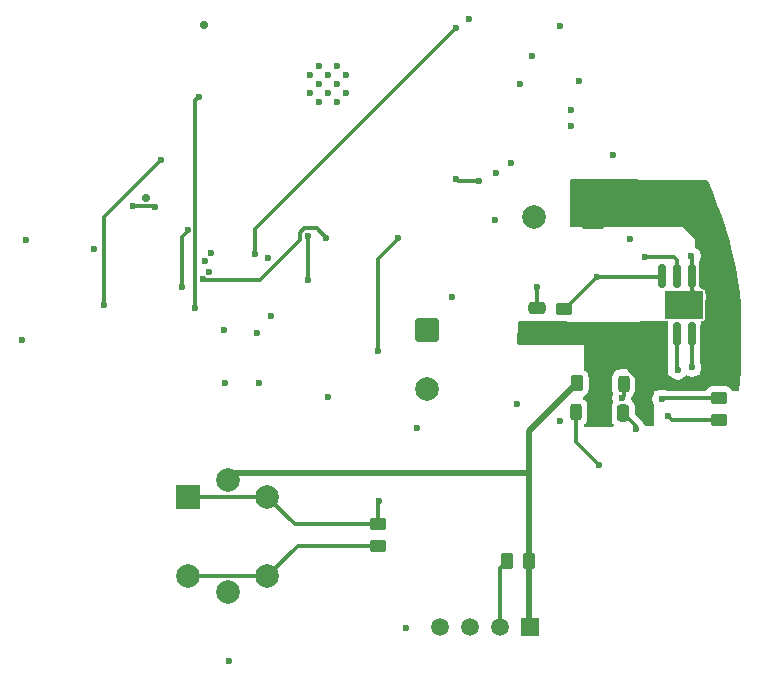
<source format=gbr>
%TF.GenerationSoftware,KiCad,Pcbnew,9.0.2*%
%TF.CreationDate,2025-07-16T17:06:44+05:30*%
%TF.ProjectId,CanSat,43616e53-6174-42e6-9b69-6361645f7063,rev?*%
%TF.SameCoordinates,Original*%
%TF.FileFunction,Copper,L4,Bot*%
%TF.FilePolarity,Positive*%
%FSLAX46Y46*%
G04 Gerber Fmt 4.6, Leading zero omitted, Abs format (unit mm)*
G04 Created by KiCad (PCBNEW 9.0.2) date 2025-07-16 17:06:44*
%MOMM*%
%LPD*%
G01*
G04 APERTURE LIST*
G04 Aperture macros list*
%AMRoundRect*
0 Rectangle with rounded corners*
0 $1 Rounding radius*
0 $2 $3 $4 $5 $6 $7 $8 $9 X,Y pos of 4 corners*
0 Add a 4 corners polygon primitive as box body*
4,1,4,$2,$3,$4,$5,$6,$7,$8,$9,$2,$3,0*
0 Add four circle primitives for the rounded corners*
1,1,$1+$1,$2,$3*
1,1,$1+$1,$4,$5*
1,1,$1+$1,$6,$7*
1,1,$1+$1,$8,$9*
0 Add four rect primitives between the rounded corners*
20,1,$1+$1,$2,$3,$4,$5,0*
20,1,$1+$1,$4,$5,$6,$7,0*
20,1,$1+$1,$6,$7,$8,$9,0*
20,1,$1+$1,$8,$9,$2,$3,0*%
G04 Aperture macros list end*
%TA.AperFunction,HeatsinkPad*%
%ADD10C,0.600000*%
%TD*%
%TA.AperFunction,ComponentPad*%
%ADD11RoundRect,0.250000X-0.750000X0.750000X-0.750000X-0.750000X0.750000X-0.750000X0.750000X0.750000X0*%
%TD*%
%TA.AperFunction,ComponentPad*%
%ADD12C,2.000000*%
%TD*%
%TA.AperFunction,SMDPad,CuDef*%
%ADD13RoundRect,0.243750X-0.243750X-0.456250X0.243750X-0.456250X0.243750X0.456250X-0.243750X0.456250X0*%
%TD*%
%TA.AperFunction,ComponentPad*%
%ADD14R,2.000000X2.000000*%
%TD*%
%TA.AperFunction,SMDPad,CuDef*%
%ADD15RoundRect,0.250000X-0.262500X-0.450000X0.262500X-0.450000X0.262500X0.450000X-0.262500X0.450000X0*%
%TD*%
%TA.AperFunction,ComponentPad*%
%ADD16R,1.500000X1.500000*%
%TD*%
%TA.AperFunction,ComponentPad*%
%ADD17C,1.500000*%
%TD*%
%TA.AperFunction,SMDPad,CuDef*%
%ADD18RoundRect,0.250000X0.450000X-0.262500X0.450000X0.262500X-0.450000X0.262500X-0.450000X-0.262500X0*%
%TD*%
%TA.AperFunction,ComponentPad*%
%ADD19RoundRect,0.250000X0.750000X0.750000X-0.750000X0.750000X-0.750000X-0.750000X0.750000X-0.750000X0*%
%TD*%
%TA.AperFunction,SMDPad,CuDef*%
%ADD20RoundRect,0.250000X0.250000X0.475000X-0.250000X0.475000X-0.250000X-0.475000X0.250000X-0.475000X0*%
%TD*%
%TA.AperFunction,SMDPad,CuDef*%
%ADD21RoundRect,0.150000X-0.150000X0.825000X-0.150000X-0.825000X0.150000X-0.825000X0.150000X0.825000X0*%
%TD*%
%TA.AperFunction,HeatsinkPad*%
%ADD22C,0.500000*%
%TD*%
%TA.AperFunction,HeatsinkPad*%
%ADD23R,3.300000X2.410000*%
%TD*%
%TA.AperFunction,SMDPad,CuDef*%
%ADD24RoundRect,0.250000X0.262500X0.450000X-0.262500X0.450000X-0.262500X-0.450000X0.262500X-0.450000X0*%
%TD*%
%TA.AperFunction,SMDPad,CuDef*%
%ADD25RoundRect,0.250000X-0.450000X0.262500X-0.450000X-0.262500X0.450000X-0.262500X0.450000X0.262500X0*%
%TD*%
%TA.AperFunction,SMDPad,CuDef*%
%ADD26RoundRect,0.250000X0.475000X-0.250000X0.475000X0.250000X-0.475000X0.250000X-0.475000X-0.250000X0*%
%TD*%
%TA.AperFunction,ViaPad*%
%ADD27C,0.600000*%
%TD*%
%TA.AperFunction,ViaPad*%
%ADD28C,1.000000*%
%TD*%
%TA.AperFunction,ViaPad*%
%ADD29C,0.700000*%
%TD*%
%TA.AperFunction,Conductor*%
%ADD30C,0.300000*%
%TD*%
%TA.AperFunction,Conductor*%
%ADD31C,0.750000*%
%TD*%
%TA.AperFunction,Conductor*%
%ADD32C,0.500000*%
%TD*%
G04 APERTURE END LIST*
D10*
%TO.P,U9,39,GND*%
%TO.N,Net-(U8-GND-Pad15)*%
X143945000Y-59542500D03*
X143945000Y-61067500D03*
X144707500Y-58780000D03*
X144707500Y-60305000D03*
X144707500Y-61830000D03*
X145470000Y-59542500D03*
X145470000Y-61067500D03*
X146232500Y-58780000D03*
X146232500Y-60305000D03*
X146232500Y-61830000D03*
X146995000Y-59542500D03*
X146995000Y-61067500D03*
%TD*%
D11*
%TO.P,C3,1*%
%TO.N,+3.3V*%
X153900000Y-81132323D03*
D12*
%TO.P,C3,2*%
%TO.N,GND*%
X153900000Y-86132323D03*
%TD*%
D13*
%TO.P,D2,1,K*%
%TO.N,Net-(D2-K)*%
X166462500Y-88100000D03*
%TO.P,D2,2,A*%
%TO.N,BAT+*%
X168337500Y-88100000D03*
%TD*%
D14*
%TO.P,U2,1,B1*%
%TO.N,MQ6_OUT*%
X133635000Y-95255000D03*
D12*
%TO.P,U2,2,VH+*%
%TO.N,+5V*%
X136995000Y-93865000D03*
%TO.P,U2,3,B2*%
%TO.N,MQ6_OUT*%
X140355000Y-95255000D03*
%TO.P,U2,4,A2*%
%TO.N,Net-(U2-A1)*%
X140355000Y-101975000D03*
%TO.P,U2,5,VH-*%
%TO.N,GND*%
X136995000Y-103365000D03*
%TO.P,U2,6,A1*%
%TO.N,Net-(U2-A1)*%
X133635000Y-101975000D03*
%TD*%
D15*
%TO.P,R2,1*%
%TO.N,+5V*%
X166537500Y-85650000D03*
%TO.P,R2,2*%
%TO.N,BAT+*%
X168362500Y-85650000D03*
%TD*%
D16*
%TO.P,U5,1,VDD*%
%TO.N,+5V*%
X162612500Y-106297500D03*
D17*
%TO.P,U5,2,DATA*%
%TO.N,DHT_OUT*%
X160072500Y-106297500D03*
%TO.P,U5,3,NC*%
%TO.N,unconnected-(U5-NC-Pad3)*%
X157532500Y-106297500D03*
%TO.P,U5,4,GND*%
%TO.N,GND*%
X154992500Y-106297500D03*
%TD*%
D13*
%TO.P,D1,1,K*%
%TO.N,Net-(D1-K)*%
X170512500Y-85700000D03*
%TO.P,D1,2,A*%
%TO.N,BAT+*%
X172387500Y-85700000D03*
%TD*%
D18*
%TO.P,R8,1*%
%TO.N,BAT+*%
X165500000Y-81212500D03*
%TO.P,R8,2*%
%TO.N,Net-(U4-TEMP)*%
X165500000Y-79387500D03*
%TD*%
D19*
%TO.P,C2,1*%
%TO.N,BAT+*%
X167900000Y-71550000D03*
D12*
%TO.P,C2,2*%
%TO.N,GND*%
X162900000Y-71550000D03*
%TD*%
D20*
%TO.P,C1,1*%
%TO.N,BAT+*%
X172400000Y-88200000D03*
%TO.P,C1,2*%
%TO.N,GND*%
X170500000Y-88200000D03*
%TD*%
D21*
%TO.P,U4,1,TEMP*%
%TO.N,Net-(U4-TEMP)*%
X173745000Y-76575000D03*
%TO.P,U4,2,PROG*%
%TO.N,Net-(U4-PROG)*%
X175015000Y-76575000D03*
%TO.P,U4,3,GND*%
%TO.N,GND*%
X176285000Y-76575000D03*
%TO.P,U4,4,V_{CC}*%
%TO.N,BAT+*%
X177555000Y-76575000D03*
%TO.P,U4,5,BAT*%
X177555000Y-81525000D03*
%TO.P,U4,6,~{STDBY}*%
%TO.N,Net-(U4-~{STDBY})*%
X176285000Y-81525000D03*
%TO.P,U4,7,~{CHRG}*%
%TO.N,Net-(U4-~{CHRG})*%
X175015000Y-81525000D03*
%TO.P,U4,8,CE*%
%TO.N,BAT+*%
X173745000Y-81525000D03*
D22*
%TO.P,U4,9,EPAD*%
%TO.N,GND*%
X176850000Y-78350000D03*
X175650000Y-78350000D03*
X174450000Y-78350000D03*
D23*
X175650000Y-79050000D03*
D22*
X176850000Y-79750000D03*
X175650000Y-79750000D03*
X174450000Y-79750000D03*
%TD*%
D24*
%TO.P,R6,1*%
%TO.N,+5V*%
X162485000Y-100697500D03*
%TO.P,R6,2*%
%TO.N,DHT_OUT*%
X160660000Y-100697500D03*
%TD*%
D25*
%TO.P,R4,1*%
%TO.N,MQ6_OUT*%
X149750000Y-97587500D03*
%TO.P,R4,2*%
%TO.N,Net-(U2-A1)*%
X149750000Y-99412500D03*
%TD*%
%TO.P,R1,1*%
%TO.N,Net-(D1-K)*%
X178600000Y-86937500D03*
%TO.P,R1,2*%
%TO.N,Net-(U4-~{CHRG})*%
X178600000Y-88762500D03*
%TD*%
D26*
%TO.P,C4,1*%
%TO.N,BAT+*%
X163150000Y-81200000D03*
%TO.P,C4,2*%
%TO.N,Net-(BT1--)*%
X163150000Y-79300000D03*
%TD*%
D27*
%TO.N,*%
X165150000Y-88850000D03*
X155950000Y-78400000D03*
%TO.N,GND*%
X153050000Y-89450000D03*
X137100000Y-109200000D03*
X161700000Y-60300000D03*
X139500000Y-81450000D03*
X161500000Y-87400000D03*
X135100000Y-75350000D03*
X166750000Y-60100000D03*
X119550000Y-82000000D03*
X171550000Y-89550000D03*
X152050000Y-106400000D03*
X166100000Y-62500000D03*
X145500000Y-86800000D03*
X166100000Y-63900000D03*
X171050000Y-73450000D03*
X136650000Y-81150000D03*
X162750000Y-57950000D03*
X176250000Y-74900000D03*
X119900000Y-73500000D03*
X159600000Y-71850000D03*
X161000000Y-67000000D03*
X140400000Y-75050000D03*
D28*
%TO.N,BAT+*%
X171100000Y-83700000D03*
D27*
%TO.N,+3.3V*%
X139650000Y-85650000D03*
X169600000Y-66350000D03*
X159700000Y-67850000D03*
X140700000Y-80000000D03*
X135550000Y-74600000D03*
D29*
X130048576Y-69950000D03*
D27*
X125700000Y-74300000D03*
X157450000Y-54850000D03*
X165100000Y-55450000D03*
X136750000Y-85650000D03*
D29*
X135000000Y-55355000D03*
D27*
X135450000Y-76250000D03*
%TO.N,Net-(BT1--)*%
X163150000Y-77500000D03*
%TO.N,Net-(D1-K)*%
X173750000Y-87000000D03*
X170350000Y-86900000D03*
%TO.N,Net-(D2-K)*%
X168400000Y-92600000D03*
%TO.N,Net-(U4-~{CHRG})*%
X174300000Y-88450000D03*
X175100000Y-84550000D03*
%TO.N,Net-(U4-~{STDBY})*%
X176300000Y-84300000D03*
%TO.N,MQ6_OUT*%
X149750000Y-82950000D03*
X151450000Y-73350000D03*
X149800000Y-95650000D03*
%TO.N,Net-(U4-PROG)*%
X172300000Y-74950000D03*
%TO.N,Net-(U4-TEMP)*%
X168300000Y-76650000D03*
%TO.N,LM35*%
X134250000Y-79300000D03*
X134550000Y-61400000D03*
%TO.N,SDI*%
X156350000Y-55550000D03*
X139300000Y-74700000D03*
%TO.N,SCK*%
X143750000Y-73200000D03*
X143750000Y-76900000D03*
%TO.N,SDO*%
X134900000Y-76850000D03*
X145350000Y-73350000D03*
%TO.N,Net-(U8-GND-Pad15)*%
X130800000Y-70750000D03*
X129000000Y-70700000D03*
X133600000Y-72700000D03*
X133100000Y-77522120D03*
%TO.N,Net-(U8-~{RESET})*%
X156300000Y-68400000D03*
X158300000Y-68550000D03*
%TO.N,Net-(U8-DIO0)*%
X131350000Y-66750000D03*
X126500000Y-79050000D03*
%TD*%
D30*
%TO.N,GND*%
X176285000Y-76575000D02*
X176285000Y-74935000D01*
X176285000Y-77785000D02*
X176850000Y-78350000D01*
X170500000Y-88200000D02*
X171550000Y-89250000D01*
X171550000Y-89250000D02*
X171550000Y-89550000D01*
X176285000Y-74935000D02*
X176250000Y-74900000D01*
X176285000Y-76575000D02*
X176285000Y-77785000D01*
D31*
%TO.N,BAT+*%
X172400000Y-88200000D02*
X172400000Y-85712500D01*
X163150000Y-81200000D02*
X165487500Y-81200000D01*
X176650000Y-71550000D02*
X177555000Y-72455000D01*
X167862500Y-81212500D02*
X165500000Y-81212500D01*
X167900000Y-71550000D02*
X176650000Y-71550000D01*
X168362500Y-83700000D02*
X168362500Y-81712500D01*
X177555000Y-81525000D02*
X177555000Y-85445000D01*
X173432500Y-81212500D02*
X167862500Y-81212500D01*
X177555000Y-72455000D02*
X177555000Y-76575000D01*
X165487500Y-81200000D02*
X165500000Y-81212500D01*
X168362500Y-82757500D02*
X168395000Y-82725000D01*
X172400000Y-85712500D02*
X172387500Y-85700000D01*
X177555000Y-85445000D02*
X177300000Y-85700000D01*
X177300000Y-85700000D02*
X172387500Y-85700000D01*
X168337500Y-85675000D02*
X168362500Y-85650000D01*
X171100000Y-84412500D02*
X172387500Y-85700000D01*
X168337500Y-88100000D02*
X168337500Y-85675000D01*
X171100000Y-83700000D02*
X171100000Y-84412500D01*
X173745000Y-81525000D02*
X173432500Y-81212500D01*
X177555000Y-81525000D02*
X177854999Y-81225001D01*
X168362500Y-85650000D02*
X168362500Y-83700000D01*
X171100000Y-83700000D02*
X168362500Y-83700000D01*
X168362500Y-81712500D02*
X167862500Y-81212500D01*
X177854999Y-76874999D02*
X177555000Y-76575000D01*
X177854999Y-81225001D02*
X177854999Y-76874999D01*
D30*
%TO.N,Net-(BT1--)*%
X163150000Y-79300000D02*
X163150000Y-77500000D01*
%TO.N,Net-(D1-K)*%
X170512500Y-85700000D02*
X170512500Y-86737500D01*
X170512500Y-86737500D02*
X170350000Y-86900000D01*
X173812500Y-86937500D02*
X173750000Y-87000000D01*
X178600000Y-86937500D02*
X173812500Y-86937500D01*
%TO.N,Net-(D2-K)*%
X166462500Y-88100000D02*
X166462500Y-90662500D01*
X166462500Y-90662500D02*
X168400000Y-92600000D01*
%TO.N,Net-(U4-~{CHRG})*%
X178600000Y-88762500D02*
X174612500Y-88762500D01*
X175015000Y-84465000D02*
X175100000Y-84550000D01*
X174612500Y-88762500D02*
X174300000Y-88450000D01*
X175015000Y-81525000D02*
X175015000Y-84465000D01*
D32*
%TO.N,+5V*%
X162485000Y-93250000D02*
X162485000Y-100697500D01*
X137610000Y-93250000D02*
X162485000Y-93250000D01*
X162485000Y-100697500D02*
X162485000Y-106170000D01*
X136995000Y-93865000D02*
X137610000Y-93250000D01*
X162485000Y-89702500D02*
X162485000Y-93250000D01*
X162485000Y-106170000D02*
X162612500Y-106297500D01*
X166537500Y-85650000D02*
X162485000Y-89702500D01*
D30*
%TO.N,Net-(U4-~{STDBY})*%
X176285000Y-84285000D02*
X176300000Y-84300000D01*
X176285000Y-81525000D02*
X176285000Y-84285000D01*
%TO.N,MQ6_OUT*%
X149750000Y-95700000D02*
X149800000Y-95650000D01*
X149750000Y-97587500D02*
X149750000Y-95700000D01*
X140355000Y-95255000D02*
X142687500Y-97587500D01*
X149750000Y-75150000D02*
X151450000Y-73450000D01*
X133635000Y-95255000D02*
X140355000Y-95255000D01*
X151450000Y-73450000D02*
X151450000Y-73350000D01*
X142687500Y-97587500D02*
X149750000Y-97587500D01*
X149750000Y-82950000D02*
X149750000Y-75150000D01*
%TO.N,Net-(U2-A1)*%
X142917500Y-99412500D02*
X140355000Y-101975000D01*
X140355000Y-101975000D02*
X133635000Y-101975000D01*
X149750000Y-99412500D02*
X142917500Y-99412500D01*
%TO.N,Net-(U4-PROG)*%
X174750000Y-75000000D02*
X172350000Y-75000000D01*
X175015000Y-75265000D02*
X174750000Y-75000000D01*
X175015000Y-76575000D02*
X175015000Y-75265000D01*
X172350000Y-75000000D02*
X172300000Y-74950000D01*
%TO.N,DHT_OUT*%
X160072500Y-101285000D02*
X160660000Y-100697500D01*
X160072500Y-106297500D02*
X160072500Y-101285000D01*
%TO.N,Net-(U4-TEMP)*%
X165562500Y-79387500D02*
X168300000Y-76650000D01*
X168300000Y-76650000D02*
X173670000Y-76650000D01*
X165500000Y-79387500D02*
X165562500Y-79387500D01*
X173670000Y-76650000D02*
X173745000Y-76575000D01*
%TO.N,LM35*%
X134250000Y-79300000D02*
X134250000Y-61700000D01*
X134250000Y-61700000D02*
X134550000Y-61400000D01*
%TO.N,SDI*%
X139300000Y-72600000D02*
X156350000Y-55550000D01*
X139300000Y-74700000D02*
X139300000Y-72600000D01*
%TO.N,SCK*%
X143750000Y-73200000D02*
X143750000Y-76900000D01*
%TO.N,SDO*%
X139749000Y-76901000D02*
X134951000Y-76901000D01*
X144549000Y-72549000D02*
X143480346Y-72549000D01*
X143099000Y-72930346D02*
X143099000Y-73551000D01*
X143480346Y-72549000D02*
X143099000Y-72930346D01*
X145350000Y-73350000D02*
X144549000Y-72549000D01*
X143099000Y-73551000D02*
X139749000Y-76901000D01*
X134951000Y-76901000D02*
X134900000Y-76850000D01*
%TO.N,Net-(U8-GND-Pad15)*%
X133100000Y-77522120D02*
X133100000Y-73300000D01*
X133700000Y-72700000D02*
X133600000Y-72700000D01*
X133100000Y-73300000D02*
X133700000Y-72700000D01*
X130450000Y-70650000D02*
X130700000Y-70650000D01*
X130700000Y-70650000D02*
X130800000Y-70750000D01*
X129050000Y-70650000D02*
X130450000Y-70650000D01*
X129000000Y-70700000D02*
X129050000Y-70650000D01*
%TO.N,Net-(U8-~{RESET})*%
X156450000Y-68550000D02*
X156300000Y-68400000D01*
X158300000Y-68550000D02*
X156450000Y-68550000D01*
%TO.N,Net-(U8-DIO0)*%
X131350000Y-66750000D02*
X126500000Y-71600000D01*
X126500000Y-71600000D02*
X126500000Y-79050000D01*
%TD*%
%TA.AperFunction,Conductor*%
%TO.N,BAT+*%
G36*
X177517389Y-68456671D02*
G01*
X177533336Y-68461423D01*
X177549976Y-68461165D01*
X177566129Y-68471195D01*
X177584348Y-68476624D01*
X177595668Y-68489536D01*
X177609333Y-68498022D01*
X177628873Y-68527414D01*
X177710434Y-68698911D01*
X177712187Y-68702765D01*
X178142567Y-69693600D01*
X178144187Y-69697512D01*
X178540509Y-70702513D01*
X178541995Y-70706478D01*
X178811264Y-71464132D01*
X178812986Y-71469337D01*
X179491038Y-73682776D01*
X179491878Y-73685641D01*
X179524575Y-73802336D01*
X179525647Y-73806432D01*
X179781417Y-74855991D01*
X179782349Y-74860122D01*
X180002133Y-75917785D01*
X180002924Y-75921944D01*
X180186479Y-76986536D01*
X180187127Y-76990720D01*
X180334225Y-78060935D01*
X180334730Y-78065139D01*
X180422905Y-78922857D01*
X180423548Y-78934260D01*
X180476747Y-84094532D01*
X180476465Y-84104272D01*
X180445565Y-84556017D01*
X180445204Y-84560236D01*
X180334730Y-85634860D01*
X180334225Y-85639064D01*
X180251576Y-86240373D01*
X180222946Y-86304107D01*
X180164404Y-86342246D01*
X180127893Y-86347485D01*
X179796759Y-86345247D01*
X179729854Y-86325110D01*
X179692058Y-86286347D01*
X179663701Y-86240373D01*
X179642712Y-86206344D01*
X179518656Y-86082288D01*
X179369334Y-85990186D01*
X179202797Y-85935001D01*
X179202795Y-85935000D01*
X179100010Y-85924500D01*
X178099998Y-85924500D01*
X178099980Y-85924501D01*
X177997203Y-85935000D01*
X177997200Y-85935001D01*
X177830668Y-85990185D01*
X177830663Y-85990187D01*
X177681342Y-86082289D01*
X177557288Y-86206343D01*
X177557285Y-86206347D01*
X177543870Y-86228097D01*
X177491922Y-86274822D01*
X177438332Y-86287000D01*
X174145138Y-86287000D01*
X174097686Y-86277561D01*
X173983501Y-86230264D01*
X173983489Y-86230261D01*
X173828845Y-86199500D01*
X173828842Y-86199500D01*
X173671158Y-86199500D01*
X173671155Y-86199500D01*
X173516510Y-86230261D01*
X173516498Y-86230264D01*
X173367349Y-86292043D01*
X173319060Y-86301479D01*
X173100001Y-86299999D01*
X173099999Y-86300000D01*
X173096643Y-86501380D01*
X173075844Y-86568082D01*
X173075764Y-86568202D01*
X173040607Y-86620819D01*
X173040602Y-86620828D01*
X172980264Y-86766498D01*
X172980261Y-86766510D01*
X172949500Y-86921153D01*
X172949500Y-87078846D01*
X172980261Y-87233489D01*
X172980264Y-87233501D01*
X173040602Y-87379171D01*
X173040604Y-87379175D01*
X173040606Y-87379179D01*
X173040609Y-87379183D01*
X173040611Y-87379187D01*
X173059479Y-87407426D01*
X173080356Y-87474104D01*
X173080359Y-87478381D01*
X173052004Y-89179702D01*
X173031205Y-89246404D01*
X172977646Y-89291273D01*
X172929697Y-89301625D01*
X172401068Y-89308769D01*
X172333768Y-89289992D01*
X172287304Y-89237811D01*
X172284840Y-89232253D01*
X172259394Y-89170821D01*
X172259390Y-89170814D01*
X172168405Y-89034646D01*
X172168776Y-89034398D01*
X172158524Y-89018533D01*
X172156666Y-89014786D01*
X172126465Y-88941873D01*
X172107887Y-88914069D01*
X172080401Y-88872933D01*
X172055277Y-88835331D01*
X172055271Y-88835324D01*
X171536818Y-88316871D01*
X171503333Y-88255548D01*
X171500499Y-88229190D01*
X171500499Y-87674998D01*
X171500498Y-87674981D01*
X171489999Y-87572203D01*
X171489998Y-87572200D01*
X171472480Y-87519334D01*
X171434814Y-87405666D01*
X171342712Y-87256344D01*
X171218656Y-87132288D01*
X171218652Y-87132285D01*
X171204090Y-87123303D01*
X171157365Y-87071355D01*
X171145275Y-87013101D01*
X171145646Y-87003243D01*
X171150500Y-86978842D01*
X171150500Y-86874294D01*
X171150588Y-86871957D01*
X171151113Y-86870387D01*
X171152881Y-86852437D01*
X171157395Y-86829742D01*
X171189779Y-86767835D01*
X171213915Y-86748397D01*
X171221003Y-86744026D01*
X171344026Y-86621003D01*
X171435362Y-86472925D01*
X171490087Y-86307775D01*
X171500500Y-86205848D01*
X171500500Y-85194152D01*
X171490087Y-85092225D01*
X171435362Y-84927075D01*
X171435358Y-84927069D01*
X171435357Y-84927066D01*
X171344028Y-84779000D01*
X171344025Y-84778996D01*
X171221003Y-84655974D01*
X171220999Y-84655971D01*
X171072933Y-84564642D01*
X171072927Y-84564639D01*
X171072925Y-84564638D01*
X171053291Y-84558132D01*
X170907776Y-84509913D01*
X170805855Y-84499500D01*
X170805848Y-84499500D01*
X170219152Y-84499500D01*
X170219144Y-84499500D01*
X170117223Y-84509913D01*
X169952077Y-84564637D01*
X169952066Y-84564642D01*
X169804000Y-84655971D01*
X169803996Y-84655974D01*
X169680974Y-84778996D01*
X169680971Y-84779000D01*
X169589642Y-84927066D01*
X169589637Y-84927077D01*
X169534913Y-85092223D01*
X169524500Y-85194144D01*
X169524500Y-86205855D01*
X169534913Y-86307776D01*
X169589637Y-86472922D01*
X169589641Y-86472931D01*
X169598709Y-86487631D01*
X169617151Y-86555023D01*
X169607734Y-86600181D01*
X169580262Y-86666506D01*
X169580260Y-86666511D01*
X169549500Y-86821153D01*
X169549500Y-86978846D01*
X169580261Y-87133489D01*
X169580264Y-87133501D01*
X169617384Y-87223117D01*
X169624853Y-87292586D01*
X169608363Y-87335663D01*
X169565186Y-87405666D01*
X169510001Y-87572203D01*
X169510001Y-87572204D01*
X169510000Y-87572204D01*
X169499500Y-87674983D01*
X169499500Y-88725001D01*
X169499501Y-88725019D01*
X169510000Y-88827796D01*
X169510001Y-88827799D01*
X169565185Y-88994331D01*
X169565187Y-88994336D01*
X169657292Y-89143662D01*
X169659310Y-89146214D01*
X169660148Y-89148293D01*
X169661080Y-89149803D01*
X169660822Y-89149962D01*
X169664645Y-89159439D01*
X169674130Y-89170091D01*
X169677456Y-89191196D01*
X169685449Y-89211010D01*
X169682786Y-89225020D01*
X169685007Y-89239108D01*
X169676395Y-89258660D01*
X169672407Y-89279651D01*
X169662592Y-89289998D01*
X169656844Y-89303051D01*
X169639026Y-89314844D01*
X169624325Y-89330345D01*
X169609352Y-89334487D01*
X169598582Y-89341616D01*
X169563718Y-89347111D01*
X169350814Y-89349989D01*
X169349138Y-89350000D01*
X167267302Y-89350000D01*
X167200263Y-89330315D01*
X167154508Y-89277511D01*
X167143495Y-89232916D01*
X167143457Y-89232231D01*
X167143341Y-89230154D01*
X167159256Y-89162126D01*
X167179467Y-89135562D01*
X167231532Y-89083497D01*
X167294026Y-89021003D01*
X167385362Y-88872925D01*
X167440087Y-88707775D01*
X167450500Y-88605848D01*
X167450500Y-87594152D01*
X167440087Y-87492225D01*
X167385362Y-87327075D01*
X167385358Y-87327069D01*
X167385357Y-87327066D01*
X167294028Y-87179000D01*
X167294025Y-87178996D01*
X167171004Y-87055975D01*
X167171003Y-87055974D01*
X167093290Y-87008039D01*
X167046568Y-86956094D01*
X167035345Y-86887131D01*
X167063189Y-86823049D01*
X167113288Y-86788950D01*
X167112784Y-86787869D01*
X167119328Y-86784817D01*
X167119331Y-86784814D01*
X167119334Y-86784814D01*
X167268656Y-86692712D01*
X167392712Y-86568656D01*
X167484814Y-86419334D01*
X167539999Y-86252797D01*
X167550500Y-86150009D01*
X167550499Y-85149992D01*
X167539999Y-85047203D01*
X167484814Y-84880666D01*
X167392712Y-84731344D01*
X167268656Y-84607288D01*
X167268653Y-84607285D01*
X167239109Y-84589062D01*
X167192386Y-84537114D01*
X167180222Y-84485326D01*
X167150000Y-82400000D01*
X161627138Y-82400000D01*
X161560099Y-82380315D01*
X161514344Y-82327511D01*
X161503177Y-82272901D01*
X161546959Y-80521636D01*
X161568313Y-80455109D01*
X161622244Y-80410688D01*
X161671669Y-80400737D01*
X169800000Y-80450000D01*
X174051196Y-80355528D01*
X174053769Y-80355499D01*
X174172958Y-80355499D01*
X174239994Y-80375184D01*
X174285749Y-80427988D01*
X174296921Y-80482382D01*
X174250000Y-82499979D01*
X174250000Y-85000000D01*
X174371648Y-85000000D01*
X174438687Y-85019685D01*
X174474753Y-85055113D01*
X174478213Y-85060292D01*
X174589707Y-85171786D01*
X174589711Y-85171789D01*
X174720814Y-85259390D01*
X174720827Y-85259397D01*
X174866498Y-85319735D01*
X174866503Y-85319737D01*
X175021153Y-85350499D01*
X175021156Y-85350500D01*
X175021158Y-85350500D01*
X175178844Y-85350500D01*
X175178845Y-85350499D01*
X175333497Y-85319737D01*
X175479179Y-85259394D01*
X175610289Y-85171789D01*
X175721789Y-85060289D01*
X175725248Y-85055112D01*
X175731340Y-85050020D01*
X175734639Y-85042797D01*
X175757765Y-85027934D01*
X175778858Y-85010306D01*
X175788234Y-85008353D01*
X175793417Y-85005023D01*
X175828352Y-85000000D01*
X175873476Y-85000000D01*
X175920928Y-85009439D01*
X176066498Y-85069735D01*
X176066503Y-85069737D01*
X176221153Y-85100499D01*
X176221156Y-85100500D01*
X176221158Y-85100500D01*
X176378844Y-85100500D01*
X176378845Y-85100499D01*
X176533497Y-85069737D01*
X176587907Y-85047200D01*
X176679072Y-85009439D01*
X176726524Y-85000000D01*
X177005232Y-85000000D01*
X177005233Y-85000000D01*
X177004860Y-84714947D01*
X177014297Y-84667341D01*
X177069737Y-84533497D01*
X177100500Y-84378842D01*
X177100500Y-84221158D01*
X177100500Y-84221155D01*
X177100499Y-84221153D01*
X177069737Y-84066503D01*
X177069735Y-84066498D01*
X177013210Y-83930032D01*
X177003771Y-83882742D01*
X177001962Y-82499979D01*
X177000004Y-81003752D01*
X177000223Y-80996263D01*
X177031516Y-80472106D01*
X177055160Y-80406362D01*
X177110597Y-80363835D01*
X177155294Y-80355499D01*
X177309898Y-80355499D01*
X177339213Y-80349669D01*
X177372457Y-80327457D01*
X177394669Y-80294213D01*
X177400500Y-80264899D01*
X177400499Y-78734603D01*
X177420184Y-78667565D01*
X177421400Y-78665708D01*
X177426466Y-78658127D01*
X177475501Y-78539744D01*
X177500500Y-78414069D01*
X177500500Y-78285931D01*
X177500500Y-78285928D01*
X177475502Y-78160263D01*
X177475501Y-78160257D01*
X177435232Y-78063037D01*
X177426469Y-78041880D01*
X177426467Y-78041877D01*
X177426466Y-78041874D01*
X177421395Y-78034284D01*
X177400519Y-77967606D01*
X177400499Y-77965396D01*
X177400499Y-77835105D01*
X177400498Y-77835097D01*
X177394669Y-77805787D01*
X177372457Y-77772542D01*
X177339214Y-77750332D01*
X177339215Y-77750332D01*
X177339213Y-77750331D01*
X177339211Y-77750330D01*
X177339208Y-77750329D01*
X177303924Y-77743311D01*
X177304136Y-77742242D01*
X177273490Y-77733847D01*
X177197121Y-77698211D01*
X177200000Y-77650000D01*
X177093800Y-77650000D01*
X177068874Y-77638369D01*
X177062462Y-77632720D01*
X177054269Y-77630315D01*
X177033627Y-77613681D01*
X176971819Y-77551873D01*
X176938334Y-77490550D01*
X176935500Y-77464192D01*
X176935500Y-75352553D01*
X176955185Y-75285514D01*
X176956399Y-75283661D01*
X176959394Y-75279179D01*
X177019737Y-75133497D01*
X177050500Y-74978842D01*
X177050500Y-74821158D01*
X177050500Y-74821155D01*
X177050499Y-74821153D01*
X177043597Y-74786456D01*
X177019737Y-74666503D01*
X176980105Y-74570821D01*
X176959397Y-74520827D01*
X176959390Y-74520814D01*
X176871789Y-74389711D01*
X176871786Y-74389707D01*
X176760292Y-74278213D01*
X176760288Y-74278210D01*
X176641209Y-74198644D01*
X176596404Y-74145032D01*
X176586325Y-74103004D01*
X176550000Y-73500000D01*
X175500029Y-72400030D01*
X175500028Y-72400030D01*
X170547314Y-72400030D01*
X170547284Y-72400030D01*
X168853390Y-72418441D01*
X166075348Y-72448637D01*
X166008098Y-72429682D01*
X165961772Y-72377378D01*
X165950000Y-72324644D01*
X165950000Y-68534898D01*
X165969685Y-68467859D01*
X166022489Y-68422104D01*
X166074491Y-68410899D01*
X177517389Y-68456671D01*
G37*
%TD.AperFunction*%
%TD*%
M02*

</source>
